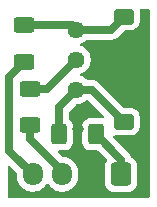
<source format=gbr>
%TF.GenerationSoftware,KiCad,Pcbnew,9.0.5*%
%TF.CreationDate,2025-10-18T18:29:22+02:00*%
%TF.ProjectId,Offset_adj,4f666673-6574-45f6-9164-6a2e6b696361,rev?*%
%TF.SameCoordinates,Original*%
%TF.FileFunction,Copper,L1,Top*%
%TF.FilePolarity,Positive*%
%FSLAX46Y46*%
G04 Gerber Fmt 4.6, Leading zero omitted, Abs format (unit mm)*
G04 Created by KiCad (PCBNEW 9.0.5) date 2025-10-18 18:29:22*
%MOMM*%
%LPD*%
G01*
G04 APERTURE LIST*
G04 Aperture macros list*
%AMRoundRect*
0 Rectangle with rounded corners*
0 $1 Rounding radius*
0 $2 $3 $4 $5 $6 $7 $8 $9 X,Y pos of 4 corners*
0 Add a 4 corners polygon primitive as box body*
4,1,4,$2,$3,$4,$5,$6,$7,$8,$9,$2,$3,0*
0 Add four circle primitives for the rounded corners*
1,1,$1+$1,$2,$3*
1,1,$1+$1,$4,$5*
1,1,$1+$1,$6,$7*
1,1,$1+$1,$8,$9*
0 Add four rect primitives between the rounded corners*
20,1,$1+$1,$2,$3,$4,$5,0*
20,1,$1+$1,$4,$5,$6,$7,0*
20,1,$1+$1,$6,$7,$8,$9,0*
20,1,$1+$1,$8,$9,$2,$3,0*%
G04 Aperture macros list end*
%TA.AperFunction,ComponentPad*%
%ADD10RoundRect,0.250000X0.600000X0.725000X-0.600000X0.725000X-0.600000X-0.725000X0.600000X-0.725000X0*%
%TD*%
%TA.AperFunction,ComponentPad*%
%ADD11O,1.700000X1.950000*%
%TD*%
%TA.AperFunction,ComponentPad*%
%ADD12C,1.440000*%
%TD*%
%TA.AperFunction,SMDPad,CuDef*%
%ADD13RoundRect,0.250000X0.625000X-0.400000X0.625000X0.400000X-0.625000X0.400000X-0.625000X-0.400000X0*%
%TD*%
%TA.AperFunction,SMDPad,CuDef*%
%ADD14RoundRect,0.250000X-0.625000X0.400000X-0.625000X-0.400000X0.625000X-0.400000X0.625000X0.400000X0*%
%TD*%
%TA.AperFunction,SMDPad,CuDef*%
%ADD15RoundRect,0.250000X-0.400000X-0.625000X0.400000X-0.625000X0.400000X0.625000X-0.400000X0.625000X0*%
%TD*%
%TA.AperFunction,SMDPad,CuDef*%
%ADD16RoundRect,0.250000X-0.600000X0.400000X-0.600000X-0.400000X0.600000X-0.400000X0.600000X0.400000X0*%
%TD*%
%TA.AperFunction,ViaPad*%
%ADD17C,1.000000*%
%TD*%
%TA.AperFunction,Conductor*%
%ADD18C,0.700000*%
%TD*%
G04 APERTURE END LIST*
D10*
%TO.P,J1,1,Pin_1*%
%TO.N,/VC+*%
X131300000Y-108200000D03*
D11*
%TO.P,J1,2,Pin_2*%
%TO.N,GND*%
X128800000Y-108200000D03*
%TO.P,J1,3,Pin_3*%
%TO.N,/FB_SUM*%
X126300000Y-108200000D03*
%TO.P,J1,4,Pin_4*%
%TO.N,/VE-*%
X123800000Y-108200000D03*
%TD*%
D12*
%TO.P,RV1,1,1*%
%TO.N,Net-(D4-A)*%
X127500000Y-101040000D03*
%TO.P,RV1,2,2*%
%TO.N,Net-(R12-Pad1)*%
X127500000Y-98500000D03*
%TO.P,RV1,3,3*%
%TO.N,Net-(D5-K)*%
X127500000Y-95960000D03*
%TD*%
D13*
%TO.P,R16,1*%
%TO.N,/VE-*%
X123100000Y-98650000D03*
%TO.P,R16,2*%
%TO.N,Net-(D5-K)*%
X123100000Y-95550000D03*
%TD*%
D14*
%TO.P,R12,1*%
%TO.N,Net-(R12-Pad1)*%
X123600000Y-100950000D03*
%TO.P,R12,2*%
%TO.N,/FB_SUM*%
X123600000Y-104050000D03*
%TD*%
D15*
%TO.P,R7,1*%
%TO.N,Net-(D4-A)*%
X126050000Y-104800000D03*
%TO.P,R7,2*%
%TO.N,/VC+*%
X129150000Y-104800000D03*
%TD*%
D16*
%TO.P,D5,1,K*%
%TO.N,Net-(D5-K)*%
X131500000Y-94850000D03*
%TO.P,D5,2,A*%
%TO.N,GND*%
X131500000Y-98350000D03*
%TD*%
%TO.P,D4,1,K*%
%TO.N,GND*%
X131500000Y-100250000D03*
%TO.P,D4,2,A*%
%TO.N,Net-(D4-A)*%
X131500000Y-103750000D03*
%TD*%
D17*
%TO.N,GND*%
X132800000Y-99300000D03*
X130200000Y-99300000D03*
X127600000Y-105900000D03*
X127600000Y-104400000D03*
X127614058Y-103117525D03*
X131500000Y-99300000D03*
%TD*%
D18*
%TO.N,/FB_SUM*%
X126300000Y-107900000D02*
X126300000Y-108200000D01*
X123600000Y-105200000D02*
X126300000Y-107900000D01*
X123600000Y-104050000D02*
X123600000Y-105200000D01*
%TO.N,Net-(D5-K)*%
X127090000Y-95550000D02*
X127500000Y-95960000D01*
X123100000Y-95550000D02*
X127090000Y-95550000D01*
%TO.N,/VC+*%
X131300000Y-106950000D02*
X129150000Y-104800000D01*
X131300000Y-108200000D02*
X131300000Y-106950000D01*
%TO.N,Net-(D4-A)*%
X126050000Y-102490000D02*
X127500000Y-101040000D01*
X126050000Y-104800000D02*
X126050000Y-102490000D01*
%TO.N,Net-(D5-K)*%
X130390000Y-95960000D02*
X131500000Y-94850000D01*
X127500000Y-95960000D02*
X130390000Y-95960000D01*
%TO.N,Net-(D4-A)*%
X128790000Y-101040000D02*
X131500000Y-103750000D01*
X127500000Y-101040000D02*
X128790000Y-101040000D01*
%TO.N,Net-(R12-Pad1)*%
X125050000Y-100950000D02*
X127500000Y-98500000D01*
X123600000Y-100950000D02*
X125050000Y-100950000D01*
%TO.N,/VE-*%
X121800000Y-106200000D02*
X121800000Y-99950000D01*
X121800000Y-99950000D02*
X123100000Y-98650000D01*
X123800000Y-108200000D02*
X121800000Y-106200000D01*
%TD*%
%TA.AperFunction,Conductor*%
%TO.N,GND*%
G36*
X133642539Y-94220185D02*
G01*
X133688294Y-94272989D01*
X133699500Y-94324500D01*
X133699500Y-110075500D01*
X133679815Y-110142539D01*
X133627011Y-110188294D01*
X133575500Y-110199500D01*
X121824500Y-110199500D01*
X121757461Y-110179815D01*
X121711706Y-110127011D01*
X121700500Y-110075500D01*
X121700500Y-107602650D01*
X121720185Y-107535611D01*
X121772989Y-107489856D01*
X121842147Y-107479912D01*
X121905703Y-107508937D01*
X121912181Y-107514969D01*
X122413181Y-108015969D01*
X122446666Y-108077292D01*
X122449500Y-108103650D01*
X122449500Y-108431286D01*
X122482753Y-108641239D01*
X122548444Y-108843414D01*
X122644951Y-109032820D01*
X122769890Y-109204786D01*
X122920213Y-109355109D01*
X123092179Y-109480048D01*
X123092181Y-109480049D01*
X123092184Y-109480051D01*
X123281588Y-109576557D01*
X123483757Y-109642246D01*
X123693713Y-109675500D01*
X123693714Y-109675500D01*
X123906286Y-109675500D01*
X123906287Y-109675500D01*
X124116243Y-109642246D01*
X124318412Y-109576557D01*
X124507816Y-109480051D01*
X124529789Y-109464086D01*
X124679786Y-109355109D01*
X124679788Y-109355106D01*
X124679792Y-109355104D01*
X124830104Y-109204792D01*
X124949683Y-109040204D01*
X125005011Y-108997540D01*
X125074624Y-108991561D01*
X125136420Y-109024166D01*
X125150313Y-109040199D01*
X125269892Y-109204786D01*
X125269896Y-109204792D01*
X125420213Y-109355109D01*
X125592179Y-109480048D01*
X125592181Y-109480049D01*
X125592184Y-109480051D01*
X125781588Y-109576557D01*
X125983757Y-109642246D01*
X126193713Y-109675500D01*
X126193714Y-109675500D01*
X126406286Y-109675500D01*
X126406287Y-109675500D01*
X126616243Y-109642246D01*
X126818412Y-109576557D01*
X127007816Y-109480051D01*
X127029789Y-109464086D01*
X127179786Y-109355109D01*
X127179788Y-109355106D01*
X127179792Y-109355104D01*
X127330104Y-109204792D01*
X127330106Y-109204788D01*
X127330109Y-109204786D01*
X127455048Y-109032820D01*
X127455047Y-109032820D01*
X127455051Y-109032816D01*
X127551557Y-108843412D01*
X127617246Y-108641243D01*
X127650500Y-108431287D01*
X127650500Y-107968713D01*
X127617246Y-107758757D01*
X127551557Y-107556588D01*
X127455051Y-107367184D01*
X127455049Y-107367181D01*
X127455048Y-107367179D01*
X127330109Y-107195213D01*
X127179786Y-107044890D01*
X127007820Y-106919951D01*
X126818414Y-106823444D01*
X126818413Y-106823443D01*
X126818412Y-106823443D01*
X126616243Y-106757754D01*
X126616241Y-106757753D01*
X126616240Y-106757753D01*
X126424609Y-106727402D01*
X126406287Y-106724500D01*
X126406286Y-106724500D01*
X126378651Y-106724500D01*
X126311612Y-106704815D01*
X126290970Y-106688181D01*
X125989969Y-106387180D01*
X125956484Y-106325857D01*
X125961468Y-106256165D01*
X126003340Y-106200232D01*
X126068804Y-106175815D01*
X126077650Y-106175499D01*
X126500002Y-106175499D01*
X126500008Y-106175499D01*
X126602797Y-106164999D01*
X126769334Y-106109814D01*
X126918656Y-106017712D01*
X127042712Y-105893656D01*
X127134814Y-105744334D01*
X127189999Y-105577797D01*
X127200500Y-105475009D01*
X127200499Y-104124992D01*
X127189999Y-104022203D01*
X127134814Y-103855666D01*
X127042712Y-103706344D01*
X126936818Y-103600450D01*
X126903334Y-103539127D01*
X126900500Y-103512769D01*
X126900500Y-102893651D01*
X126920185Y-102826612D01*
X126936819Y-102805970D01*
X127445970Y-102296819D01*
X127507293Y-102263334D01*
X127533651Y-102260500D01*
X127596054Y-102260500D01*
X127596055Y-102260500D01*
X127785801Y-102230447D01*
X127968509Y-102171082D01*
X128139681Y-102083865D01*
X128295102Y-101970945D01*
X128318948Y-101947099D01*
X128380271Y-101913614D01*
X128449963Y-101918598D01*
X128494310Y-101947099D01*
X129767542Y-103220331D01*
X129801027Y-103281654D01*
X129796043Y-103351346D01*
X129754171Y-103407279D01*
X129688707Y-103431696D01*
X129667259Y-103431370D01*
X129600011Y-103424500D01*
X128699998Y-103424500D01*
X128699980Y-103424501D01*
X128597203Y-103435000D01*
X128597200Y-103435001D01*
X128430668Y-103490185D01*
X128430663Y-103490187D01*
X128281342Y-103582289D01*
X128157289Y-103706342D01*
X128065187Y-103855663D01*
X128065186Y-103855666D01*
X128010001Y-104022203D01*
X128010001Y-104022204D01*
X128010000Y-104022204D01*
X127999500Y-104124983D01*
X127999500Y-105475001D01*
X127999501Y-105475018D01*
X128010000Y-105577796D01*
X128010001Y-105577799D01*
X128034446Y-105651568D01*
X128065186Y-105744334D01*
X128157288Y-105893656D01*
X128281344Y-106017712D01*
X128430666Y-106109814D01*
X128597203Y-106164999D01*
X128699991Y-106175500D01*
X129271348Y-106175499D01*
X129338387Y-106195183D01*
X129359029Y-106211818D01*
X130055609Y-106908398D01*
X130089094Y-106969721D01*
X130084110Y-107039413D01*
X130073467Y-107061175D01*
X130015190Y-107155659D01*
X130015186Y-107155666D01*
X129960001Y-107322203D01*
X129960001Y-107322204D01*
X129960000Y-107322204D01*
X129949500Y-107424983D01*
X129949500Y-108975001D01*
X129949501Y-108975018D01*
X129960000Y-109077796D01*
X129960001Y-109077799D01*
X130002081Y-109204786D01*
X130015186Y-109244334D01*
X130107288Y-109393656D01*
X130231344Y-109517712D01*
X130380666Y-109609814D01*
X130547203Y-109664999D01*
X130649991Y-109675500D01*
X131950008Y-109675499D01*
X132052797Y-109664999D01*
X132219334Y-109609814D01*
X132368656Y-109517712D01*
X132492712Y-109393656D01*
X132584814Y-109244334D01*
X132639999Y-109077797D01*
X132650500Y-108975009D01*
X132650499Y-107424992D01*
X132639999Y-107322203D01*
X132584814Y-107155666D01*
X132492712Y-107006344D01*
X132368656Y-106882288D01*
X132219334Y-106790186D01*
X132219333Y-106790185D01*
X132219332Y-106790185D01*
X132197237Y-106782863D01*
X132139793Y-106743089D01*
X132120821Y-106707266D01*
X132120147Y-106707546D01*
X132076786Y-106602862D01*
X132053706Y-106547142D01*
X132053705Y-106547140D01*
X132053704Y-106547137D01*
X131960626Y-106407838D01*
X131960622Y-106407834D01*
X131960620Y-106407831D01*
X130654613Y-105101824D01*
X130621128Y-105040501D01*
X130626112Y-104970809D01*
X130667984Y-104914876D01*
X130733448Y-104890459D01*
X130754896Y-104890784D01*
X130849991Y-104900500D01*
X132150008Y-104900499D01*
X132252797Y-104889999D01*
X132419334Y-104834814D01*
X132568656Y-104742712D01*
X132692712Y-104618656D01*
X132784814Y-104469334D01*
X132839999Y-104302797D01*
X132850500Y-104200009D01*
X132850499Y-103299992D01*
X132839999Y-103197203D01*
X132784814Y-103030666D01*
X132692712Y-102881344D01*
X132568656Y-102757288D01*
X132419334Y-102665186D01*
X132252797Y-102610001D01*
X132252795Y-102610000D01*
X132150016Y-102599500D01*
X132150009Y-102599500D01*
X131603651Y-102599500D01*
X131536612Y-102579815D01*
X131515970Y-102563181D01*
X129332165Y-100379375D01*
X129332161Y-100379372D01*
X129192869Y-100286299D01*
X129192856Y-100286292D01*
X129058559Y-100230666D01*
X129038082Y-100222184D01*
X129038074Y-100222182D01*
X128873771Y-100189500D01*
X128873767Y-100189500D01*
X128426909Y-100189500D01*
X128359870Y-100169815D01*
X128339228Y-100153181D01*
X128295104Y-100109057D01*
X128295102Y-100109055D01*
X128139681Y-99996135D01*
X127968504Y-99908915D01*
X127903919Y-99887931D01*
X127846243Y-99848494D01*
X127819044Y-99784136D01*
X127830958Y-99715289D01*
X127878202Y-99663813D01*
X127903919Y-99652069D01*
X127968504Y-99631084D01*
X127968506Y-99631082D01*
X127968509Y-99631082D01*
X128139681Y-99543865D01*
X128295102Y-99430945D01*
X128430945Y-99295102D01*
X128543865Y-99139681D01*
X128631082Y-98968509D01*
X128690447Y-98785801D01*
X128720500Y-98596055D01*
X128720500Y-98403945D01*
X128690447Y-98214199D01*
X128631082Y-98031491D01*
X128543865Y-97860319D01*
X128430945Y-97704898D01*
X128295102Y-97569055D01*
X128139681Y-97456135D01*
X127968504Y-97368915D01*
X127903919Y-97347931D01*
X127846243Y-97308494D01*
X127819044Y-97244136D01*
X127830958Y-97175289D01*
X127878202Y-97123813D01*
X127903919Y-97112069D01*
X127968504Y-97091084D01*
X127968506Y-97091082D01*
X127968509Y-97091082D01*
X128139681Y-97003865D01*
X128295102Y-96890945D01*
X128339228Y-96846819D01*
X128400551Y-96813334D01*
X128426909Y-96810500D01*
X130473768Y-96810500D01*
X130473769Y-96810499D01*
X130638082Y-96777816D01*
X130692918Y-96755102D01*
X130792863Y-96713704D01*
X130932162Y-96620627D01*
X131515970Y-96036817D01*
X131577293Y-96003333D01*
X131603651Y-96000499D01*
X132150002Y-96000499D01*
X132150008Y-96000499D01*
X132252797Y-95989999D01*
X132419334Y-95934814D01*
X132568656Y-95842712D01*
X132692712Y-95718656D01*
X132784814Y-95569334D01*
X132839999Y-95402797D01*
X132850500Y-95300009D01*
X132850499Y-94399992D01*
X132844075Y-94337101D01*
X132856845Y-94268408D01*
X132904726Y-94217524D01*
X132967433Y-94200500D01*
X133575500Y-94200500D01*
X133642539Y-94220185D01*
G37*
%TD.AperFunction*%
%TD*%
M02*

</source>
